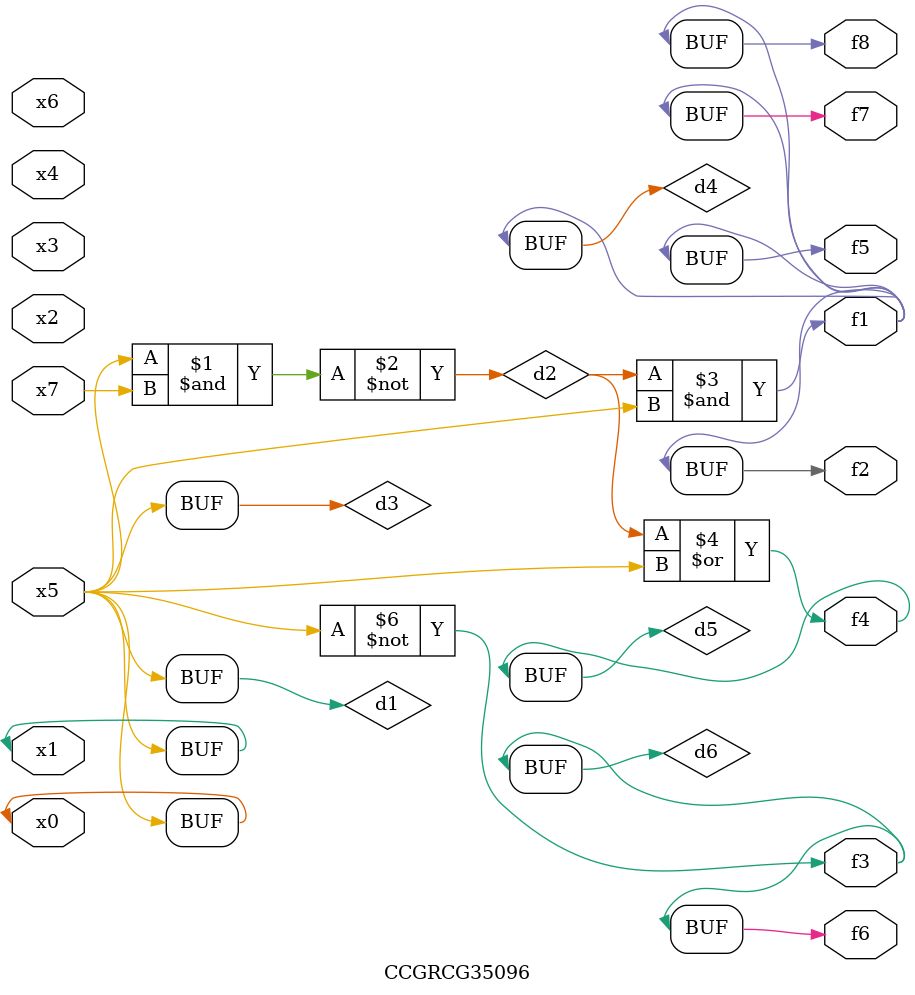
<source format=v>
module CCGRCG35096(
	input x0, x1, x2, x3, x4, x5, x6, x7,
	output f1, f2, f3, f4, f5, f6, f7, f8
);

	wire d1, d2, d3, d4, d5, d6;

	buf (d1, x0, x5);
	nand (d2, x5, x7);
	buf (d3, x0, x1);
	and (d4, d2, d3);
	or (d5, d2, d3);
	nor (d6, d1, d3);
	assign f1 = d4;
	assign f2 = d4;
	assign f3 = d6;
	assign f4 = d5;
	assign f5 = d4;
	assign f6 = d6;
	assign f7 = d4;
	assign f8 = d4;
endmodule

</source>
